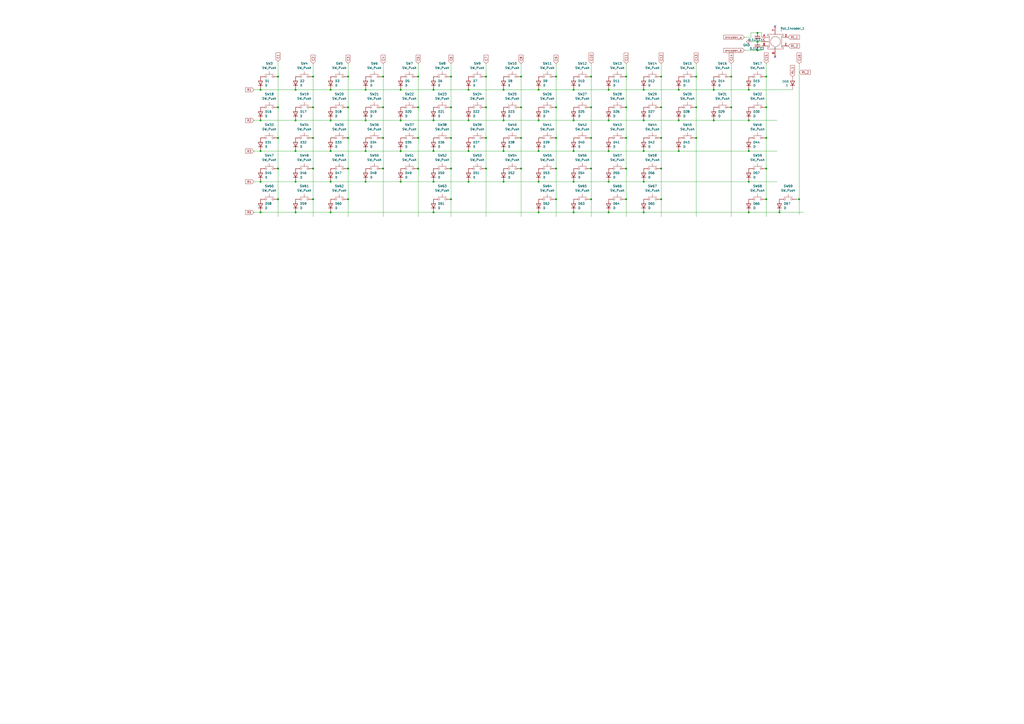
<source format=kicad_sch>
(kicad_sch (version 20250114) (generator "eeschema") (generator_version "9.0")
  (paper "A2")
  (junction (at 424.18 44.45))
  (junction (at 312.42 69.85))
  (junction (at 373.38 69.85))
  (junction (at 444.5 44.45))
  (junction (at 271.78 105.41))
  (junction (at 332.74 123.19))
  (junction (at 302.26 44.45))
  (junction (at 342.9 97.79))
  (junction (at 151.13 52.07))
  (junction (at 242.57 62.23))
  (junction (at 251.46 52.07))
  (junction (at 201.93 62.23))
  (junction (at 414.02 52.07))
  (junction (at 161.29 97.79))
  (junction (at 281.94 44.45))
  (junction (at 212.09 52.07))
  (junction (at 373.38 105.41))
  (junction (at 353.06 123.19))
  (junction (at 353.06 69.85))
  (junction (at 342.9 44.45))
  (junction (at 251.46 123.19))
  (junction (at 439.42 24.13))
  (junction (at 222.25 44.45))
  (junction (at 434.34 52.07))
  (junction (at 201.93 115.57))
  (junction (at 271.78 87.63))
  (junction (at 232.41 69.85))
  (junction (at 363.22 44.45))
  (junction (at 191.77 52.07))
  (junction (at 242.57 44.45))
  (junction (at 312.42 52.07))
  (junction (at 302.26 62.23))
  (junction (at 161.29 115.57))
  (junction (at 434.34 123.19))
  (junction (at 251.46 105.41))
  (junction (at 161.29 62.23))
  (junction (at 332.74 105.41))
  (junction (at 373.38 52.07))
  (junction (at 373.38 87.63))
  (junction (at 353.06 87.63))
  (junction (at 292.1 87.63))
  (junction (at 161.29 80.01))
  (junction (at 251.46 87.63))
  (junction (at 171.45 69.85))
  (junction (at 171.45 105.41))
  (junction (at 212.09 105.41))
  (junction (at 151.13 123.19))
  (junction (at 222.25 80.01))
  (junction (at 444.5 80.01))
  (junction (at 332.74 52.07))
  (junction (at 424.18 62.23))
  (junction (at 439.42 19.05))
  (junction (at 403.86 44.45))
  (junction (at 181.61 80.01))
  (junction (at 212.09 87.63))
  (junction (at 201.93 97.79))
  (junction (at 373.38 123.19))
  (junction (at 232.41 52.07))
  (junction (at 191.77 69.85))
  (junction (at 171.45 123.19))
  (junction (at 281.94 97.79))
  (junction (at 312.42 123.19))
  (junction (at 312.42 87.63))
  (junction (at 222.25 97.79))
  (junction (at 452.12 123.19))
  (junction (at 363.22 62.23))
  (junction (at 271.78 52.07))
  (junction (at 151.13 105.41))
  (junction (at 181.61 97.79))
  (junction (at 383.54 80.01))
  (junction (at 292.1 52.07))
  (junction (at 232.41 105.41))
  (junction (at 444.5 115.57))
  (junction (at 161.29 44.45))
  (junction (at 242.57 80.01))
  (junction (at 403.86 80.01))
  (junction (at 302.26 80.01))
  (junction (at 342.9 115.57))
  (junction (at 463.55 115.57))
  (junction (at 383.54 97.79))
  (junction (at 312.42 105.41))
  (junction (at 444.5 62.23))
  (junction (at 261.62 80.01))
  (junction (at 261.62 44.45))
  (junction (at 332.74 69.85))
  (junction (at 353.06 105.41))
  (junction (at 271.78 69.85))
  (junction (at 151.13 87.63))
  (junction (at 261.62 97.79))
  (junction (at 434.34 69.85))
  (junction (at 383.54 115.57))
  (junction (at 403.86 62.23))
  (junction (at 434.34 87.63))
  (junction (at 151.13 69.85))
  (junction (at 302.26 97.79))
  (junction (at 434.34 105.41))
  (junction (at 191.77 123.19))
  (junction (at 444.5 97.79))
  (junction (at 363.22 115.57))
  (junction (at 322.58 80.01))
  (junction (at 281.94 62.23))
  (junction (at 393.7 52.07))
  (junction (at 201.93 80.01))
  (junction (at 261.62 115.57))
  (junction (at 332.74 87.63))
  (junction (at 383.54 44.45))
  (junction (at 322.58 62.23))
  (junction (at 261.62 62.23))
  (junction (at 322.58 44.45))
  (junction (at 181.61 62.23))
  (junction (at 191.77 87.63))
  (junction (at 322.58 115.57))
  (junction (at 439.42 29.21))
  (junction (at 251.46 69.85))
  (junction (at 383.54 62.23))
  (junction (at 232.41 87.63))
  (junction (at 393.7 87.63))
  (junction (at 292.1 69.85))
  (junction (at 171.45 52.07))
  (junction (at 212.09 69.85))
  (junction (at 201.93 44.45))
  (junction (at 181.61 115.57))
  (junction (at 363.22 97.79))
  (junction (at 181.61 44.45))
  (junction (at 342.9 62.23))
  (junction (at 242.57 97.79))
  (junction (at 322.58 97.79))
  (junction (at 281.94 80.01))
  (junction (at 222.25 62.23))
  (junction (at 171.45 87.63))
  (junction (at 363.22 80.01))
  (junction (at 292.1 105.41))
  (junction (at 191.77 105.41))
  (junction (at 353.06 52.07))
  (junction (at 393.7 69.85))
  (junction (at 342.9 80.01))
  (junction (at 414.02 69.85))
  (no_connect (at 449.58 33.02))
  (no_connect (at 449.58 15.24))
  (wire (pts (xy 342.9 97.79) (xy 342.9 115.57)))
  (wire (pts (xy 251.46 105.41) (xy 271.78 105.41)))
  (wire (pts (xy 353.06 87.63) (xy 373.38 87.63)))
  (wire (pts (xy 292.1 69.85) (xy 312.42 69.85)))
  (wire (pts (xy 373.38 123.19) (xy 434.34 123.19)))
  (wire (pts (xy 292.1 52.07) (xy 312.42 52.07)))
  (wire (pts (xy 363.22 115.57) (xy 363.22 125.73)))
  (wire (pts (xy 403.86 36.83) (xy 403.86 44.45)))
  (wire (pts (xy 373.38 69.85) (xy 393.7 69.85)))
  (wire (pts (xy 342.9 80.01) (xy 342.9 97.79)))
  (wire (pts (xy 281.94 97.79) (xy 281.94 125.73)))
  (wire (pts (xy 434.34 69.85) (xy 450.85 69.85)))
  (wire (pts (xy 201.93 44.45) (xy 201.93 62.23)))
  (wire (pts (xy 222.25 44.45) (xy 222.25 62.23)))
  (wire (pts (xy 383.54 62.23) (xy 383.54 80.01)))
  (wire (pts (xy 171.45 87.63) (xy 191.77 87.63)))
  (wire (pts (xy 201.93 62.23) (xy 201.93 80.01)))
  (wire (pts (xy 201.93 36.83) (xy 201.93 44.45)))
  (wire (pts (xy 363.22 36.83) (xy 363.22 44.45)))
  (wire (pts (xy 147.32 123.19) (xy 151.13 123.19)))
  (wire (pts (xy 439.42 19.05) (xy 435.61 19.05)))
  (wire (pts (xy 212.09 52.07) (xy 232.41 52.07)))
  (wire (pts (xy 322.58 80.01) (xy 322.58 97.79)))
  (wire (pts (xy 281.94 44.45) (xy 281.94 62.23)))
  (wire (pts (xy 332.74 87.63) (xy 353.06 87.63)))
  (wire (pts (xy 232.41 87.63) (xy 251.46 87.63)))
  (wire (pts (xy 302.26 44.45) (xy 302.26 62.23)))
  (wire (pts (xy 222.25 80.01) (xy 222.25 97.79)))
  (wire (pts (xy 332.74 105.41) (xy 353.06 105.41)))
  (wire (pts (xy 441.96 29.21) (xy 439.42 29.21)))
  (wire (pts (xy 444.5 97.79) (xy 444.5 115.57)))
  (wire (pts (xy 463.55 36.83) (xy 463.55 115.57)))
  (wire (pts (xy 332.74 123.19) (xy 353.06 123.19)))
  (wire (pts (xy 191.77 69.85) (xy 212.09 69.85)))
  (wire (pts (xy 302.26 62.23) (xy 302.26 80.01)))
  (wire (pts (xy 441.96 21.59) (xy 441.96 19.05)))
  (wire (pts (xy 181.61 115.57) (xy 181.61 125.73)))
  (wire (pts (xy 181.61 36.83) (xy 181.61 44.45)))
  (wire (pts (xy 161.29 97.79) (xy 161.29 115.57)))
  (wire (pts (xy 444.5 115.57) (xy 444.5 125.73)))
  (wire (pts (xy 322.58 62.23) (xy 322.58 80.01)))
  (wire (pts (xy 435.61 19.05) (xy 435.61 21.59)))
  (wire (pts (xy 161.29 35.56) (xy 161.29 44.45)))
  (wire (pts (xy 222.25 62.23) (xy 222.25 80.01)))
  (wire (pts (xy 353.06 123.19) (xy 373.38 123.19)))
  (wire (pts (xy 434.34 52.07) (xy 459.74 52.07)))
  (wire (pts (xy 383.54 80.01) (xy 383.54 97.79)))
  (wire (pts (xy 281.94 80.01) (xy 281.94 97.79)))
  (wire (pts (xy 171.45 123.19) (xy 191.77 123.19)))
  (wire (pts (xy 383.54 44.45) (xy 383.54 62.23)))
  (wire (pts (xy 271.78 69.85) (xy 292.1 69.85)))
  (wire (pts (xy 201.93 97.79) (xy 201.93 115.57)))
  (wire (pts (xy 151.13 52.07) (xy 171.45 52.07)))
  (wire (pts (xy 261.62 80.01) (xy 261.62 97.79)))
  (wire (pts (xy 261.62 36.83) (xy 261.62 44.45)))
  (wire (pts (xy 191.77 105.41) (xy 212.09 105.41)))
  (wire (pts (xy 261.62 115.57) (xy 261.62 125.73)))
  (wire (pts (xy 232.41 69.85) (xy 251.46 69.85)))
  (wire (pts (xy 261.62 62.23) (xy 261.62 80.01)))
  (wire (pts (xy 312.42 105.41) (xy 332.74 105.41)))
  (wire (pts (xy 312.42 69.85) (xy 332.74 69.85)))
  (wire (pts (xy 191.77 87.63) (xy 212.09 87.63)))
  (wire (pts (xy 342.9 44.45) (xy 342.9 62.23)))
  (wire (pts (xy 393.7 87.63) (xy 434.34 87.63)))
  (wire (pts (xy 424.18 44.45) (xy 424.18 62.23)))
  (wire (pts (xy 453.39 121.92) (xy 452.12 121.92)))
  (wire (pts (xy 161.29 44.45) (xy 161.29 62.23)))
  (wire (pts (xy 171.45 105.41) (xy 191.77 105.41)))
  (wire (pts (xy 161.29 115.57) (xy 161.29 125.73)))
  (wire (pts (xy 312.42 87.63) (xy 332.74 87.63)))
  (wire (pts (xy 312.42 52.07) (xy 332.74 52.07)))
  (wire (pts (xy 161.29 80.01) (xy 161.29 97.79)))
  (wire (pts (xy 332.74 69.85) (xy 353.06 69.85)))
  (wire (pts (xy 292.1 87.63) (xy 312.42 87.63)))
  (wire (pts (xy 212.09 87.63) (xy 232.41 87.63)))
  (wire (pts (xy 435.61 21.59) (xy 431.8 21.59)))
  (wire (pts (xy 353.06 52.07) (xy 373.38 52.07)))
  (wire (pts (xy 342.9 62.23) (xy 342.9 80.01)))
  (wire (pts (xy 222.25 36.83) (xy 222.25 44.45)))
  (wire (pts (xy 151.13 87.63) (xy 171.45 87.63)))
  (wire (pts (xy 242.57 36.83) (xy 242.57 44.45)))
  (wire (pts (xy 444.5 36.83) (xy 444.5 44.45)))
  (wire (pts (xy 242.57 62.23) (xy 242.57 80.01)))
  (wire (pts (xy 383.54 115.57) (xy 383.54 125.73)))
  (wire (pts (xy 363.22 44.45) (xy 363.22 62.23)))
  (wire (pts (xy 151.13 69.85) (xy 171.45 69.85)))
  (wire (pts (xy 312.42 123.19) (xy 332.74 123.19)))
  (wire (pts (xy 251.46 87.63) (xy 271.78 87.63)))
  (wire (pts (xy 444.5 44.45) (xy 444.5 62.23)))
  (wire (pts (xy 414.02 69.85) (xy 434.34 69.85)))
  (wire (pts (xy 302.26 97.79) (xy 302.26 125.73)))
  (wire (pts (xy 373.38 105.41) (xy 434.34 105.41)))
  (wire (pts (xy 181.61 44.45) (xy 181.61 62.23)))
  (wire (pts (xy 191.77 52.07) (xy 212.09 52.07)))
  (wire (pts (xy 302.26 36.83) (xy 302.26 44.45)))
  (wire (pts (xy 435.61 24.13) (xy 439.42 24.13)))
  (wire (pts (xy 363.22 62.23) (xy 363.22 80.01)))
  (wire (pts (xy 147.32 87.63) (xy 151.13 87.63)))
  (wire (pts (xy 353.06 69.85) (xy 373.38 69.85)))
  (wire (pts (xy 242.57 97.79) (xy 242.57 125.73)))
  (wire (pts (xy 322.58 97.79) (xy 322.58 115.57)))
  (wire (pts (xy 171.45 52.07) (xy 191.77 52.07)))
  (wire (pts (xy 452.12 121.92) (xy 452.12 123.19)))
  (wire (pts (xy 181.61 62.23) (xy 181.61 80.01)))
  (wire (pts (xy 271.78 105.41) (xy 292.1 105.41)))
  (wire (pts (xy 147.32 105.41) (xy 151.13 105.41)))
  (wire (pts (xy 232.41 52.07) (xy 251.46 52.07)))
  (wire (pts (xy 212.09 105.41) (xy 232.41 105.41)))
  (wire (pts (xy 161.29 62.23) (xy 161.29 80.01)))
  (wire (pts (xy 251.46 69.85) (xy 271.78 69.85)))
  (wire (pts (xy 271.78 87.63) (xy 292.1 87.63)))
  (wire (pts (xy 342.9 115.57) (xy 342.9 125.73)))
  (wire (pts (xy 363.22 97.79) (xy 363.22 115.57)))
  (wire (pts (xy 434.34 123.19) (xy 452.12 123.19)))
  (wire (pts (xy 403.86 44.45) (xy 403.86 62.23)))
  (wire (pts (xy 393.7 52.07) (xy 414.02 52.07)))
  (wire (pts (xy 151.13 105.41) (xy 171.45 105.41)))
  (wire (pts (xy 353.06 105.41) (xy 373.38 105.41)))
  (wire (pts (xy 147.32 52.07) (xy 151.13 52.07)))
  (wire (pts (xy 363.22 80.01) (xy 363.22 97.79)))
  (wire (pts (xy 281.94 36.83) (xy 281.94 44.45)))
  (wire (pts (xy 292.1 105.41) (xy 312.42 105.41)))
  (wire (pts (xy 441.96 19.05) (xy 439.42 19.05)))
  (wire (pts (xy 261.62 97.79) (xy 261.62 115.57)))
  (wire (pts (xy 251.46 123.19) (xy 312.42 123.19)))
  (wire (pts (xy 452.12 123.19) (xy 466.09 123.19)))
  (wire (pts (xy 232.41 105.41) (xy 251.46 105.41)))
  (wire (pts (xy 191.77 123.19) (xy 251.46 123.19)))
  (wire (pts (xy 151.13 123.19) (xy 171.45 123.19)))
  (wire (pts (xy 431.8 29.21) (xy 439.42 29.21)))
  (wire (pts (xy 373.38 52.07) (xy 393.7 52.07)))
  (wire (pts (xy 383.54 36.83) (xy 383.54 44.45)))
  (wire (pts (xy 434.34 105.41) (xy 450.85 105.41)))
  (wire (pts (xy 181.61 97.79) (xy 181.61 115.57)))
  (wire (pts (xy 322.58 36.83) (xy 322.58 44.45)))
  (wire (pts (xy 332.74 52.07) (xy 353.06 52.07)))
  (wire (pts (xy 414.02 52.07) (xy 434.34 52.07)))
  (wire (pts (xy 201.93 115.57) (xy 201.93 125.73)))
  (wire (pts (xy 201.93 80.01) (xy 201.93 97.79)))
  (wire (pts (xy 434.34 87.63) (xy 450.85 87.63)))
  (wire (pts (xy 403.86 62.23) (xy 403.86 80.01)))
  (wire (pts (xy 242.57 44.45) (xy 242.57 62.23)))
  (wire (pts (xy 322.58 115.57) (xy 322.58 125.73)))
  (wire (pts (xy 322.58 44.45) (xy 322.58 62.23)))
  (wire (pts (xy 424.18 62.23) (xy 424.18 125.73)))
  (wire (pts (xy 222.25 97.79) (xy 222.25 125.73)))
  (wire (pts (xy 271.78 52.07) (xy 292.1 52.07)))
  (wire (pts (xy 261.62 44.45) (xy 261.62 62.23)))
  (wire (pts (xy 302.26 80.01) (xy 302.26 97.79)))
  (wire (pts (xy 242.57 80.01) (xy 242.57 97.79)))
  (wire (pts (xy 342.9 36.83) (xy 342.9 44.45)))
  (wire (pts (xy 373.38 87.63) (xy 393.7 87.63)))
  (wire (pts (xy 393.7 69.85) (xy 414.02 69.85)))
  (wire (pts (xy 171.45 69.85) (xy 191.77 69.85)))
  (wire (pts (xy 439.42 24.13) (xy 441.96 24.13)))
  (wire (pts (xy 441.96 26.67) (xy 441.96 29.21)))
  (wire (pts (xy 463.55 115.57) (xy 463.55 124.46)))
  (wire (pts (xy 444.5 80.01) (xy 444.5 97.79)))
  (wire (pts (xy 181.61 80.01) (xy 181.61 97.79)))
  (wire (pts (xy 424.18 36.83) (xy 424.18 44.45)))
  (wire (pts (xy 444.5 62.23) (xy 444.5 80.01)))
  (wire (pts (xy 251.46 52.07) (xy 271.78 52.07)))
  (wire (pts (xy 147.32 69.85) (xy 151.13 69.85)))
  (wire (pts (xy 281.94 62.23) (xy 281.94 80.01)))
  (wire (pts (xy 212.09 69.85) (xy 232.41 69.85)))
  (wire (pts (xy 383.54 97.79) (xy 383.54 115.57)))
  (wire (pts (xy 403.86 80.01) (xy 403.86 125.73)))
  (wire (pts (xy 462.28 115.57) (xy 463.55 115.57)))
  (global_label "C16" (shape input) (at 463.55 36.83 90) (property "Intersheetrefs" "${INTERSHEET_REFS}" (effects (hide yes))))
  (global_label "C4" (shape input) (at 222.25 36.83 90) (property "Intersheetrefs" "${INTERSHEET_REFS}" (effects (hide yes))))
  (global_label "C9" (shape input) (at 322.58 36.83 90) (property "Intersheetrefs" "${INTERSHEET_REFS}" (effects (hide yes))))
  (global_label "C6" (shape input) (at 261.62 36.83 90) (property "Intersheetrefs" "${INTERSHEET_REFS}" (effects (hide yes))))
  (global_label "Rt_1" (shape input) (at 459.74 44.45 90) (property "Intersheetrefs" "${INTERSHEET_REFS}" (effects (hide yes))))
  (global_label "Rt_2" (shape input) (at 457.2 26.67 0) (property "Intersheetrefs" "${INTERSHEET_REFS}" (effects (hide yes))))
  (global_label "Rt_2" (shape input) (at 463.55 41.91 0) (property "Intersheetrefs" "${INTERSHEET_REFS}" (effects (hide yes))))
  (global_label "C2" (shape input) (at 181.61 36.83 90) (property "Intersheetrefs" "${INTERSHEET_REFS}" (effects (hide yes))))
  (global_label "C3" (shape input) (at 201.93 36.83 90) (property "Intersheetrefs" "${INTERSHEET_REFS}" (effects (hide yes))))
  (global_label "R5" (shape input) (at 147.32 123.19 180) (property "Intersheetrefs" "${INTERSHEET_REFS}" (effects (hide yes))))
  (global_label "R3" (shape input) (at 147.32 87.63 180) (property "Intersheetrefs" "${INTERSHEET_REFS}" (effects (hide yes))))
  (global_label "C1" (shape input) (at 161.29 35.56 90) (property "Intersheetrefs" "${INTERSHEET_REFS}" (effects (hide yes))))
  (global_label "R4" (shape input) (at 147.32 105.41 180) (property "Intersheetrefs" "${INTERSHEET_REFS}" (effects (hide yes))))
  (global_label "C13" (shape input) (at 403.86 36.83 90) (property "Intersheetrefs" "${INTERSHEET_REFS}" (effects (hide yes))))
  (global_label "C11" (shape input) (at 363.22 36.83 90) (property "Intersheetrefs" "${INTERSHEET_REFS}" (effects (hide yes))))
  (global_label "C15" (shape input) (at 444.5 36.83 90) (property "Intersheetrefs" "${INTERSHEET_REFS}" (effects (hide yes))))
  (global_label "R1" (shape input) (at 147.32 52.07 180) (property "Intersheetrefs" "${INTERSHEET_REFS}" (effects (hide yes))))
  (global_label "C5" (shape input) (at 242.57 36.83 90) (property "Intersheetrefs" "${INTERSHEET_REFS}" (effects (hide yes))))
  (global_label "C8" (shape input) (at 302.26 36.83 90) (property "Intersheetrefs" "${INTERSHEET_REFS}" (effects (hide yes))))
  (global_label "encoder_b" (shape input) (at 431.8 29.21 180) (property "Intersheetrefs" "${INTERSHEET_REFS}" (effects (hide yes))))
  (global_label "C10" (shape input) (at 342.9 36.83 90) (property "Intersheetrefs" "${INTERSHEET_REFS}" (effects (hide yes))))
  (global_label "Rt_1" (shape input) (at 457.2 21.59 0) (property "Intersheetrefs" "${INTERSHEET_REFS}" (effects (hide yes))))
  (global_label "C7" (shape input) (at 281.94 36.83 90) (property "Intersheetrefs" "${INTERSHEET_REFS}" (effects (hide yes))))
  (global_label "C14" (shape input) (at 424.18 36.83 90) (property "Intersheetrefs" "${INTERSHEET_REFS}" (effects (hide yes))))
  (global_label "C12" (shape input) (at 383.54 36.83 90) (property "Intersheetrefs" "${INTERSHEET_REFS}" (effects (hide yes))))
  (global_label "R2" (shape input) (at 147.32 69.85 180) (property "Intersheetrefs" "${INTERSHEET_REFS}" (effects (hide yes))))
  (global_label "encoder_a" (shape input) (at 431.8 21.59 180) (property "Intersheetrefs" "${INTERSHEET_REFS}" (effects (hide yes))))
  (symbol (lib_id "Switch:SW_Push") (at 439.42 44.45 0) (unit 1)
    (property "Reference" "SW17" (at 439.42 36.83 0))
    (property "Value" "SW_Push" (at 439.42 39.37 0))
    (property "Footprint" "PCM_Switch_Keyboard_Cherry_MX:SW_Cherry_MX_PCB_1.25u" (effects (hide yes)))
    (property "Description" "Push button switch, generic, two pins" (effects (hide yes)))
  )
  (symbol (lib_id "Switch:SW_Push") (at 237.49 62.23 0) (unit 1)
    (property "Reference" "SW22" (at 237.49 54.61 0))
    (property "Value" "SW_Push" (at 237.49 57.15 0))
    (property "Footprint" "PCM_Switch_Keyboard_Cherry_MX:SW_Cherry_MX_PCB_1.00u" (effects (hide yes)))
    (property "Description" "Push button switch, generic, two pins" (effects (hide yes)))
  )
  (symbol (lib_id "Device:D") (at 271.78 48.26 90) (unit 1)
    (property "Reference" "D7" (at 274.32 46.9899 90) (effects (justify right)))
    (property "Value" "D" (at 274.32 49.5299 90) (effects (justify right)))
    (property "Footprint" "KeeBoard:onsemi 1N4148TR" (effects (hide yes)))
    (property "Description" "Diode" (effects (hide yes)))
    (property "Sim.Device" "D" (effects (hide yes)))
    (property "Sim.Pins" "1=K 2=A" (effects (hide yes)))
  )
  (symbol (lib_id "Switch:SW_Push") (at 156.21 44.45 0) (unit 1)
    (property "Reference" "SW3" (at 156.21 36.83 0))
    (property "Value" "SW_Push" (at 156.21 39.37 0))
    (property "Footprint" "PCM_Switch_Keyboard_Cherry_MX:SW_Cherry_MX_PCB_1.00u" (effects (hide yes)))
    (property "Description" "Push button switch, generic, two pins" (effects (hide yes)))
  )
  (symbol (lib_id "Device:C_Small") (at 439.42 26.67 0) (unit 1)
    (property "Reference" "0.1uf_C2" (at 434.848 28.194 0) (effects (justify left)))
    (property "Value" "C_Small" (effects (hide yes)))
    (property "Footprint" "Capacitor_SMD:C_0805_2012Metric" (effects (hide yes)))
    (property "Description" "Unpolarized capacitor, small symbol" (effects (hide yes)))
  )
  (symbol (lib_id "Switch:SW_Push") (at 156.21 115.57 0) (unit 1)
    (property "Reference" "SW60" (at 156.21 107.95 0))
    (property "Value" "SW_Push" (at 156.21 110.49 0))
    (property "Footprint" "PCM_Switch_Keyboard_Cherry_MX:SW_Cherry_MX_PCB_1.25u" (effects (hide yes)))
    (property "Description" "Push button switch, generic, two pins" (effects (hide yes)))
  )
  (symbol (lib_id "Device:D") (at 232.41 66.04 90) (unit 1)
    (property "Reference" "D20" (at 234.95 64.7699 90) (effects (justify right)))
    (property "Value" "D" (at 234.95 67.3099 90) (effects (justify right)))
    (property "Footprint" "KeeBoard:onsemi 1N4148TR" (effects (hide yes)))
    (property "Description" "Diode" (effects (hide yes)))
    (property "Sim.Device" "D" (effects (hide yes)))
    (property "Sim.Pins" "1=K 2=A" (effects (hide yes)))
  )
  (symbol (lib_id "Switch:SW_Push") (at 237.49 80.01 0) (unit 1)
    (property "Reference" "SW37" (at 237.49 72.39 0))
    (property "Value" "SW_Push" (at 237.49 74.93 0))
    (property "Footprint" "PCM_Switch_Keyboard_Cherry_MX:SW_Cherry_MX_PCB_1.00u" (effects (hide yes)))
    (property "Description" "Push button switch, generic, two pins" (effects (hide yes)))
  )
  (symbol (lib_id "Switch:SW_Push") (at 176.53 97.79 0) (unit 1)
    (property "Reference" "SW48" (at 176.53 90.17 0))
    (property "Value" "SW_Push" (at 176.53 92.71 0))
    (property "Footprint" "PCM_Switch_Keyboard_Cherry_MX:SW_Cherry_MX_PCB_1.00u" (effects (hide yes)))
    (property "Description" "Push button switch, generic, two pins" (effects (hide yes)))
  )
  (symbol (lib_id "Switch:SW_Push") (at 256.54 97.79 0) (unit 1)
    (property "Reference" "SW52" (at 256.54 90.17 0))
    (property "Value" "SW_Push" (at 256.54 92.71 0))
    (property "Footprint" "PCM_Switch_Keyboard_Cherry_MX:SW_Cherry_MX_PCB_1.00u" (effects (hide yes)))
    (property "Description" "Push button switch, generic, two pins" (effects (hide yes)))
  )
  (symbol (lib_id "Switch:SW_Push") (at 156.21 62.23 0) (unit 1)
    (property "Reference" "SW18" (at 156.21 54.61 0))
    (property "Value" "SW_Push" (at 156.21 57.15 0))
    (property "Footprint" "PCM_Switch_Keyboard_Cherry_MX:SW_Cherry_MX_PCB_1.50u" (effects (hide yes)))
    (property "Description" "Push button switch, generic, two pins" (effects (hide yes)))
  )
  (symbol (lib_id "Switch:SW_Push") (at 256.54 44.45 0) (unit 1)
    (property "Reference" "SW8" (at 256.54 36.83 0))
    (property "Value" "SW_Push" (at 256.54 39.37 0))
    (property "Footprint" "PCM_Switch_Keyboard_Cherry_MX:SW_Cherry_MX_PCB_1.00u" (effects (hide yes)))
    (property "Description" "Push button switch, generic, two pins" (effects (hide yes)))
  )
  (symbol (lib_id "Switch:SW_Push") (at 176.53 62.23 0) (unit 1)
    (property "Reference" "SW19" (at 176.53 54.61 0))
    (property "Value" "SW_Push" (at 176.53 57.15 0))
    (property "Footprint" "PCM_Switch_Keyboard_Cherry_MX:SW_Cherry_MX_PCB_1.00u" (effects (hide yes)))
    (property "Description" "Push button switch, generic, two pins" (effects (hide yes)))
  )
  (symbol (lib_id "Device:D") (at 373.38 83.82 90) (unit 1)
    (property "Reference" "D42" (at 375.92 82.5499 90) (effects (justify right)))
    (property "Value" "D" (at 375.92 85.0899 90) (effects (justify right)))
    (property "Footprint" "KeeBoard:onsemi 1N4148TR" (effects (hide yes)))
    (property "Description" "Diode" (effects (hide yes)))
    (property "Sim.Device" "D" (effects (hide yes)))
    (property "Sim.Pins" "1=K 2=A" (effects (hide yes)))
  )
  (symbol (lib_id "Device:D") (at 312.42 101.6 90) (unit 1)
    (property "Reference" "D53" (at 314.96 100.3299 90) (effects (justify right)))
    (property "Value" "D" (at 314.96 102.8699 90) (effects (justify right)))
    (property "Footprint" "KeeBoard:onsemi 1N4148TR" (effects (hide yes)))
    (property "Description" "Diode" (effects (hide yes)))
    (property "Sim.Device" "D" (effects (hide yes)))
    (property "Sim.Pins" "1=K 2=A" (effects (hide yes)))
  )
  (symbol (lib_id "Switch:SW_Push") (at 317.5 44.45 0) (unit 1)
    (property "Reference" "SW11" (at 317.5 36.83 0))
    (property "Value" "SW_Push" (at 317.5 39.37 0))
    (property "Footprint" "PCM_Switch_Keyboard_Cherry_MX:SW_Cherry_MX_PCB_1.00u" (effects (hide yes)))
    (property "Description" "Push button switch, generic, two pins" (effects (hide yes)))
  )
  (symbol (lib_id "power:GND") (at 435.61 24.13 270) (unit 1)
    (property "Reference" "#PWR012" (effects (hide yes)))
    (property "Value" "GND" (at 435.102 26.162 90) (effects (justify right)))
    (property "Description" "Power symbol creates a global label with name \"GND\" , ground" (effects (hide yes)))
  )
  (symbol (lib_id "Switch:SW_Push") (at 276.86 80.01 0) (unit 1)
    (property "Reference" "SW39" (at 276.86 72.39 0))
    (property "Value" "SW_Push" (at 276.86 74.93 0))
    (property "Footprint" "PCM_Switch_Keyboard_Cherry_MX:SW_Cherry_MX_PCB_1.00u" (effects (hide yes)))
    (property "Description" "Push button switch, generic, two pins" (effects (hide yes)))
  )
  (symbol (lib_id "Switch:SW_Push") (at 398.78 62.23 0) (unit 1)
    (property "Reference" "SW30" (at 398.78 54.61 0))
    (property "Value" "SW_Push" (at 398.78 57.15 0))
    (property "Footprint" "PCM_Switch_Keyboard_Cherry_MX:SW_Cherry_MX_PCB_1.00u" (effects (hide yes)))
    (property "Description" "Push button switch, generic, two pins" (effects (hide yes)))
  )
  (symbol (lib_id "Device:D") (at 251.46 83.82 90) (unit 1)
    (property "Reference" "D36" (at 254 82.5499 90) (effects (justify right)))
    (property "Value" "D" (at 254 85.0899 90) (effects (justify right)))
    (property "Footprint" "KeeBoard:onsemi 1N4148TR" (effects (hide yes)))
    (property "Description" "Diode" (effects (hide yes)))
    (property "Sim.Device" "D" (effects (hide yes)))
    (property "Sim.Pins" "1=K 2=A" (effects (hide yes)))
  )
  (symbol (lib_id "Device:D") (at 434.34 48.26 90) (unit 1)
    (property "Reference" "D15" (at 436.88 46.9899 90) (effects (justify right)))
    (property "Value" "D" (at 436.88 49.5299 90) (effects (justify right)))
    (property "Footprint" "KeeBoard:onsemi 1N4148TR" (effects (hide yes)))
    (property "Description" "Diode" (effects (hide yes)))
    (property "Sim.Device" "D" (effects (hide yes)))
    (property "Sim.Pins" "1=K 2=A" (effects (hide yes)))
  )
  (symbol (lib_id "Device:D") (at 434.34 101.6 90) (unit 1)
    (property "Reference" "D57" (at 436.88 100.3299 90) (effects (justify right)))
    (property "Value" "D" (at 436.88 102.8699 90) (effects (justify right)))
    (property "Footprint" "KeeBoard:onsemi 1N4148TR" (effects (hide yes)))
    (property "Description" "Diode" (effects (hide yes)))
    (property "Sim.Device" "D" (effects (hide yes)))
    (property "Sim.Pins" "1=K 2=A" (effects (hide yes)))
  )
  (symbol (lib_id "Device:D") (at 353.06 119.38 90) (unit 1)
    (property "Reference" "D64" (at 355.6 118.1099 90) (effects (justify right)))
    (property "Value" "D" (at 355.6 120.6499 90) (effects (justify right)))
    (property "Footprint" "KeeBoard:onsemi 1N4148TR" (effects (hide yes)))
    (property "Description" "Diode" (effects (hide yes)))
    (property "Sim.Device" "D" (effects (hide yes)))
    (property "Sim.Pins" "1=K 2=A" (effects (hide yes)))
  )
  (symbol (lib_id "Switch:SW_Push") (at 378.46 80.01 0) (unit 1)
    (property "Reference" "SW44" (at 378.46 72.39 0))
    (property "Value" "SW_Push" (at 378.46 74.93 0))
    (property "Footprint" "PCM_Switch_Keyboard_Cherry_MX:SW_Cherry_MX_PCB_1.00u" (effects (hide yes)))
    (property "Description" "Push button switch, generic, two pins" (effects (hide yes)))
  )
  (symbol (lib_id "Device:D") (at 151.13 83.82 90) (unit 1)
    (property "Reference" "D31" (at 153.67 82.5499 90) (effects (justify right)))
    (property "Value" "D" (at 153.67 85.0899 90) (effects (justify right)))
    (property "Footprint" "KeeBoard:onsemi 1N4148TR" (effects (hide yes)))
    (property "Description" "Diode" (effects (hide yes)))
    (property "Sim.Device" "D" (effects (hide yes)))
    (property "Sim.Pins" "1=K 2=A" (effects (hide yes)))
  )
  (symbol (lib_id "Device:D") (at 191.77 119.38 90) (unit 1)
    (property "Reference" "D60" (at 194.31 118.1099 90) (effects (justify right)))
    (property "Value" "D" (at 194.31 120.6499 90) (effects (justify right)))
    (property "Footprint" "KeeBoard:onsemi 1N4148TR" (effects (hide yes)))
    (property "Description" "Diode" (effects (hide yes)))
    (property "Sim.Device" "D" (effects (hide yes)))
    (property "Sim.Pins" "1=K 2=A" (effects (hide yes)))
  )
  (symbol (lib_id "Switch:SW_Push") (at 176.53 80.01 0) (unit 1)
    (property "Reference" "SW34" (at 176.53 72.39 0))
    (property "Value" "SW_Push" (at 176.53 74.93 0))
    (property "Footprint" "PCM_Switch_Keyboard_Cherry_MX:SW_Cherry_MX_PCB_1.00u" (effects (hide yes)))
    (property "Description" "Push button switch, generic, two pins" (effects (hide yes)))
  )
  (symbol (lib_id "Switch:SW_Push") (at 398.78 44.45 0) (unit 1)
    (property "Reference" "SW15" (at 398.78 36.83 0))
    (property "Value" "SW_Push" (at 398.78 39.37 0))
    (property "Footprint" "PCM_Switch_Keyboard_Cherry_MX:SW_Cherry_MX_PCB_1.00u" (effects (hide yes)))
    (property "Description" "Push button switch, generic, two pins" (effects (hide yes)))
  )
  (symbol (lib_id "Switch:SW_Push") (at 358.14 80.01 0) (unit 1)
    (property "Reference" "SW43" (at 358.14 72.39 0))
    (property "Value" "SW_Push" (at 358.14 74.93 0))
    (property "Footprint" "PCM_Switch_Keyboard_Cherry_MX:SW_Cherry_MX_PCB_1.00u" (effects (hide yes)))
    (property "Description" "Push button switch, generic, two pins" (effects (hide yes)))
  )
  (symbol (lib_id "Switch:SW_Push") (at 337.82 62.23 0) (unit 1)
    (property "Reference" "SW27" (at 337.82 54.61 0))
    (property "Value" "SW_Push" (at 337.82 57.15 0))
    (property "Footprint" "PCM_Switch_Keyboard_Cherry_MX:SW_Cherry_MX_PCB_1.00u" (effects (hide yes)))
    (property "Description" "Push button switch, generic, two pins" (effects (hide yes)))
  )
  (symbol (lib_id "Device:C_Small") (at 439.42 21.59 0) (unit 1)
    (property "Reference" "0.1uf_C1" (at 434.086 23.114 0) (effects (justify left)))
    (property "Value" "C_Small" (effects (hide yes)))
    (property "Footprint" "Capacitor_SMD:C_0805_2012Metric" (effects (hide yes)))
    (property "Description" "Unpolarized capacitor, small symbol" (effects (hide yes)))
  )
  (symbol (lib_id "Switch:SW_Push") (at 317.5 97.79 0) (unit 1)
    (property "Reference" "SW55" (at 317.5 90.17 0))
    (property "Value" "SW_Push" (at 317.5 92.71 0))
    (property "Footprint" "PCM_Switch_Keyboard_Cherry_MX:SW_Cherry_MX_PCB_1.00u" (effects (hide yes)))
    (property "Description" "Push button switch, generic, two pins" (effects (hide yes)))
  )
  (symbol (lib_id "Device:D") (at 292.1 48.26 90) (unit 1)
    (property "Reference" "D8" (at 294.64 46.9899 90) (effects (justify right)))
    (property "Value" "D" (at 294.64 49.5299 90) (effects (justify right)))
    (property "Footprint" "KeeBoard:onsemi 1N4148TR" (effects (hide yes)))
    (property "Description" "Diode" (effects (hide yes)))
    (property "Sim.Device" "D" (effects (hide yes)))
    (property "Sim.Pins" "1=K 2=A" (effects (hide yes)))
  )
  (symbol (lib_id "Switch:SW_Push") (at 398.78 80.01 0) (unit 1)
    (property "Reference" "SW45" (at 398.78 72.39 0))
    (property "Value" "SW_Push" (at 398.78 74.93 0))
    (property "Footprint" "PCM_Switch_Keyboard_Cherry_MX:SW_Cherry_MX_PCB_2.25u" (effects (hide yes)))
    (property "Description" "Push button switch, generic, two pins" (effects (hide yes)))
  )
  (symbol (lib_id "Switch:SW_Push") (at 276.86 97.79 0) (unit 1)
    (property "Reference" "SW53" (at 276.86 90.17 0))
    (property "Value" "SW_Push" (at 276.86 92.71 0))
    (property "Footprint" "PCM_Switch_Keyboard_Cherry_MX:SW_Cherry_MX_PCB_1.00u" (effects (hide yes)))
    (property "Description" "Push button switch, generic, two pins" (effects (hide yes)))
  )
  (symbol (lib_id "Switch:SW_Push") (at 378.46 62.23 0) (unit 1)
    (property "Reference" "SW29" (at 378.46 54.61 0))
    (property "Value" "SW_Push" (at 378.46 57.15 0))
    (property "Footprint" "PCM_Switch_Keyboard_Cherry_MX:SW_Cherry_MX_PCB_1.00u" (effects (hide yes)))
    (property "Description" "Push button switch, generic, two pins" (effects (hide yes)))
  )
  (symbol (lib_id "Device:D") (at 271.78 101.6 90) (unit 1)
    (property "Reference" "D51" (at 274.32 100.3299 90) (effects (justify right)))
    (property "Value" "D" (at 274.32 102.8699 90) (effects (justify right)))
    (property "Footprint" "KeeBoard:onsemi 1N4148TR" (effects (hide yes)))
    (property "Description" "Diode" (effects (hide yes)))
    (property "Sim.Device" "D" (effects (hide yes)))
    (property "Sim.Pins" "1=K 2=A" (effects (hide yes)))
  )
  (symbol (lib_id "Switch:SW_Push") (at 156.21 80.01 0) (unit 1)
    (property "Reference" "SW33" (at 156.21 72.39 0))
    (property "Value" "SW_Push" (at 156.21 74.93 0))
    (property "Footprint" "PCM_Switch_Keyboard_Cherry_MX:SW_Cherry_MX_PCB_1.75u" (effects (hide yes)))
    (property "Description" "Push button switch, generic, two pins" (effects (hide yes)))
  )
  (symbol (lib_id "Switch:SW_Push") (at 196.85 44.45 0) (unit 1)
    (property "Reference" "SW5" (at 196.85 36.83 0))
    (property "Value" "SW_Push" (at 196.85 39.37 0))
    (property "Footprint" "PCM_Switch_Keyboard_Cherry_MX:SW_Cherry_MX_PCB_1.00u" (effects (hide yes)))
    (property "Description" "Push button switch, generic, two pins" (effects (hide yes)))
  )
  (symbol (lib_id "Device:D") (at 312.42 83.82 90) (unit 1)
    (property "Reference" "D39" (at 314.96 82.5499 90) (effects (justify right)))
    (property "Value" "D" (at 314.96 85.0899 90) (effects (justify right)))
    (property "Footprint" "KeeBoard:onsemi 1N4148TR" (effects (hide yes)))
    (property "Description" "Diode" (effects (hide yes)))
    (property "Sim.Device" "D" (effects (hide yes)))
    (property "Sim.Pins" "1=K 2=A" (effects (hide yes)))
  )
  (symbol (lib_id "Device:D") (at 191.77 48.26 90) (unit 1)
    (property "Reference" "D3" (at 194.31 46.9899 90) (effects (justify right)))
    (property "Value" "D" (at 194.31 49.5299 90) (effects (justify right)))
    (property "Footprint" "KeeBoard:onsemi 1N4148TR" (effects (hide yes)))
    (property "Description" "Diode" (effects (hide yes)))
    (property "Sim.Device" "D" (effects (hide yes)))
    (property "Sim.Pins" "1=K 2=A" (effects (hide yes)))
  )
  (symbol (lib_id "Device:D") (at 292.1 83.82 90) (unit 1)
    (property "Reference" "D38" (at 294.64 82.5499 90) (effects (justify right)))
    (property "Value" "D" (at 294.64 85.0899 90) (effects (justify right)))
    (property "Footprint" "KeeBoard:onsemi 1N4148TR" (effects (hide yes)))
    (property "Description" "Diode" (effects (hide yes)))
    (property "Sim.Device" "D" (effects (hide yes)))
    (property "Sim.Pins" "1=K 2=A" (effects (hide yes)))
  )
  (symbol (lib_id "Device:D") (at 251.46 48.26 90) (unit 1)
    (property "Reference" "D6" (at 254 46.9899 90) (effects (justify right)))
    (property "Value" "D" (at 254 49.5299 90) (effects (justify right)))
    (property "Footprint" "KeeBoard:onsemi 1N4148TR" (effects (hide yes)))
    (property "Description" "Diode" (effects (hide yes)))
    (property "Sim.Device" "D" (effects (hide yes)))
    (property "Sim.Pins" "1=K 2=A" (effects (hide yes)))
  )
  (symbol (lib_id "Switch:SW_Push") (at 439.42 115.57 0) (unit 1)
    (property "Reference" "SW68" (at 439.42 107.95 0))
    (property "Value" "SW_Push" (at 439.42 110.49 0))
    (property "Footprint" "PCM_Switch_Keyboard_Cherry_MX:SW_Cherry_MX_PCB_1.25u" (effects (hide yes)))
    (property "Description" "Push button switch, generic, two pins" (effects (hide yes)))
  )
  (symbol (lib_id "Device:D") (at 414.02 66.04 90) (unit 1)
    (property "Reference" "D29" (at 416.56 64.7699 90) (effects (justify right)))
    (property "Value" "D" (at 416.56 67.3099 90) (effects (justify right)))
    (property "Footprint" "KeeBoard:onsemi 1N4148TR" (effects (hide yes)))
    (property "Description" "Diode" (effects (hide yes)))
    (property "Sim.Device" "D" (effects (hide yes)))
    (property "Sim.Pins" "1=K 2=A" (effects (hide yes)))
  )
  (symbol (lib_id "Device:D") (at 212.09 48.26 90) (unit 1)
    (property "Reference" "D4" (at 214.63 46.9899 90) (effects (justify right)))
    (property "Value" "D" (at 214.63 49.5299 90) (effects (justify right)))
    (property "Footprint" "KeeBoard:onsemi 1N4148TR" (effects (hide yes)))
    (property "Description" "Diode" (effects (hide yes)))
    (property "Sim.Device" "D" (effects (hide yes)))
    (property "Sim.Pins" "1=K 2=A" (effects (hide yes)))
  )
  (symbol (lib_id "Device:D") (at 353.06 66.04 90) (unit 1)
    (property "Reference" "D26" (at 355.6 64.7699 90) (effects (justify right)))
    (property "Value" "D" (at 355.6 67.3099 90) (effects (justify right)))
    (property "Footprint" "KeeBoard:onsemi 1N4148TR" (effects (hide yes)))
    (property "Description" "Diode" (effects (hide yes)))
    (property "Sim.Device" "D" (effects (hide yes)))
    (property "Sim.Pins" "1=K 2=A" (effects (hide yes)))
  )
  (symbol (lib_id "Device:D") (at 393.7 66.04 90) (unit 1)
    (property "Reference" "D28" (at 396.24 64.7699 90) (effects (justify right)))
    (property "Value" "D" (at 396.24 67.3099 90) (effects (justify right)))
    (property "Footprint" "KeeBoard:onsemi 1N4148TR" (effects (hide yes)))
    (property "Description" "Diode" (effects (hide yes)))
    (property "Sim.Device" "D" (effects (hide yes)))
    (property "Sim.Pins" "1=K 2=A" (effects (hide yes)))
  )
  (symbol (lib_id "Switch:SW_Push") (at 337.82 44.45 0) (unit 1)
    (property "Reference" "SW12" (at 337.82 36.83 0))
    (property "Value" "SW_Push" (at 337.82 39.37 0))
    (property "Footprint" "PCM_Switch_Keyboard_Cherry_MX:SW_Cherry_MX_PCB_1.00u" (effects (hide yes)))
    (property "Description" "Push button switch, generic, two pins" (effects (hide yes)))
  )
  (symbol (lib_id "Device:D") (at 393.7 48.26 90) (unit 1)
    (property "Reference" "D13" (at 396.24 46.9899 90) (effects (justify right)))
    (property "Value" "D" (at 396.24 49.5299 90) (effects (justify right)))
    (property "Footprint" "KeeBoard:onsemi 1N4148TR" (effects (hide yes)))
    (property "Description" "Diode" (effects (hide yes)))
    (property "Sim.Device" "D" (effects (hide yes)))
    (property "Sim.Pins" "1=K 2=A" (effects (hide yes)))
  )
  (symbol (lib_id "Device:D") (at 332.74 101.6 90) (unit 1)
    (property "Reference" "D54" (at 335.28 100.3299 90) (effects (justify right)))
    (property "Value" "D" (at 335.28 102.8699 90) (effects (justify right)))
    (property "Footprint" "KeeBoard:onsemi 1N4148TR" (effects (hide yes)))
    (property "Description" "Diode" (effects (hide yes)))
    (property "Sim.Device" "D" (effects (hide yes)))
    (property "Sim.Pins" "1=K 2=A" (effects (hide yes)))
  )
  (symbol (lib_id "Device:D") (at 212.09 101.6 90) (unit 1)
    (property "Reference" "D48" (at 214.63 100.3299 90) (effects (justify right)))
    (property "Value" "D" (at 214.63 102.8699 90) (effects (justify right)))
    (property "Footprint" "KeeBoard:onsemi 1N4148TR" (effects (hide yes)))
    (property "Description" "Diode" (effects (hide yes)))
    (property "Sim.Device" "D" (effects (hide yes)))
    (property "Sim.Pins" "1=K 2=A" (effects (hide yes)))
  )
  (symbol (lib_id "Device:D") (at 292.1 101.6 90) (unit 1)
    (property "Reference" "D52" (at 294.64 100.3299 90) (effects (justify right)))
    (property "Value" "D" (at 294.64 102.8699 90) (effects (justify right)))
    (property "Footprint" "KeeBoard:onsemi 1N4148TR" (effects (hide yes)))
    (property "Description" "Diode" (effects (hide yes)))
    (property "Sim.Device" "D" (effects (hide yes)))
    (property "Sim.Pins" "1=K 2=A" (effects (hide yes)))
  )
  (symbol (lib_id "Switch:SW_Push") (at 276.86 44.45 0) (unit 1)
    (property "Reference" "SW9" (at 276.86 36.83 0))
    (property "Value" "SW_Push" (at 276.86 39.37 0))
    (property "Footprint" "PCM_Switch_Keyboard_Cherry_MX:SW_Cherry_MX_PCB_1.00u" (effects (hide yes)))
    (property "Description" "Push button switch, generic, two pins" (effects (hide yes)))
  )
  (symbol (lib_id "Device:D") (at 373.38 66.04 90) (unit 1)
    (property "Reference" "D27" (at 375.92 64.7699 90) (effects (justify right)))
    (property "Value" "D" (at 375.92 67.3099 90) (effects (justify right)))
    (property "Footprint" "KeeBoard:onsemi 1N4148TR" (effects (hide yes)))
    (property "Description" "Diode" (effects (hide yes)))
    (property "Sim.Device" "D" (effects (hide yes)))
    (property "Sim.Pins" "1=K 2=A" (effects (hide yes)))
  )
  (symbol (lib_id "Device:D") (at 171.45 101.6 90) (unit 1)
    (property "Reference" "D46" (at 173.99 100.3299 90) (effects (justify right)))
    (property "Value" "D" (at 173.99 102.8699 90) (effects (justify right)))
    (property "Footprint" "KeeBoard:onsemi 1N4148TR" (effects (hide yes)))
    (property "Description" "Diode" (effects (hide yes)))
    (property "Sim.Device" "D" (effects (hide yes)))
    (property "Sim.Pins" "1=K 2=A" (effects (hide yes)))
  )
  (symbol (lib_id "Device:D") (at 171.45 66.04 90) (unit 1)
    (property "Reference" "D17" (at 173.99 64.7699 90) (effects (justify right)))
    (property "Value" "D" (at 173.99 67.3099 90) (effects (justify right)))
    (property "Footprint" "KeeBoard:onsemi 1N4148TR" (effects (hide yes)))
    (property "Description" "Diode" (effects (hide yes)))
    (property "Sim.Device" "D" (effects (hide yes)))
    (property "Sim.Pins" "1=K 2=A" (effects (hide yes)))
  )
  (symbol (lib_id "Switch:SW_Push") (at 439.42 80.01 0) (unit 1)
    (property "Reference" "SW46" (at 439.42 72.39 0))
    (property "Value" "SW_Push" (at 439.42 74.93 0))
    (property "Footprint" "PCM_Switch_Keyboard_Cherry_MX:SW_Cherry_MX_PCB_1.25u" (effects (hide yes)))
    (property "Description" "Push button switch, generic, two pins" (effects (hide yes)))
  )
  (symbol (lib_id "Switch:SW_Push") (at 358.14 115.57 0) (unit 1)
    (property "Reference" "SW66" (at 358.14 107.95 0))
    (property "Value" "SW_Push" (at 358.14 110.49 0))
    (property "Footprint" "PCM_Switch_Keyboard_Cherry_MX:SW_Cherry_MX_PCB_1.25u" (effects (hide yes)))
    (property "Description" "Push button switch, generic, two pins" (effects (hide yes)))
  )
  (symbol (lib_id "Device:D") (at 212.09 66.04 90) (unit 1)
    (property "Reference" "D19" (at 214.63 64.7699 90) (effects (justify right)))
    (property "Value" "D" (at 214.63 67.3099 90) (effects (justify right)))
    (property "Footprint" "KeeBoard:onsemi 1N4148TR" (effects (hide yes)))
    (property "Description" "Diode" (effects (hide yes)))
    (property "Sim.Device" "D" (effects (hide yes)))
    (property "Sim.Pins" "1=K 2=A" (effects (hide yes)))
  )
  (symbol (lib_id "Switch:SW_Push") (at 317.5 115.57 0) (unit 1)
    (property "Reference" "SW64" (at 317.5 107.95 0))
    (property "Value" "SW_Push" (at 317.5 110.49 0))
    (property "Footprint" "PCM_Switch_Keyboard_Cherry_MX:SW_Cherry_MX_PCB_1.25u" (effects (hide yes)))
    (property "Description" "Push button switch, generic, two pins" (effects (hide yes)))
  )
  (symbol (lib_id "Device:D") (at 434.34 66.04 90) (unit 1)
    (property "Reference" "D30" (at 436.88 64.7699 90) (effects (justify right)))
    (property "Value" "D" (at 436.88 67.3099 90) (effects (justify right)))
    (property "Footprint" "KeeBoard:onsemi 1N4148TR" (effects (hide yes)))
    (property "Description" "Diode" (effects (hide yes)))
    (property "Sim.Device" "D" (effects (hide yes)))
    (property "Sim.Pins" "1=K 2=A" (effects (hide yes)))
  )
  (symbol (lib_id "Switch:SW_Push") (at 217.17 44.45 0) (unit 1)
    (property "Reference" "SW6" (at 217.17 36.83 0))
    (property "Value" "SW_Push" (at 217.17 39.37 0))
    (property "Footprint" "PCM_Switch_Keyboard_Cherry_MX:SW_Cherry_MX_PCB_1.00u" (effects (hide yes)))
    (property "Description" "Push button switch, generic, two pins" (effects (hide yes)))
  )
  (symbol (lib_id "Switch:SW_Push") (at 337.82 97.79 0) (unit 1)
    (property "Reference" "SW56" (at 337.82 90.17 0))
    (property "Value" "SW_Push" (at 337.82 92.71 0))
    (property "Footprint" "PCM_Switch_Keyboard_Cherry_MX:SW_Cherry_MX_PCB_1.00u" (effects (hide yes)))
    (property "Description" "Push button switch, generic, two pins" (effects (hide yes)))
  )
  (symbol (lib_id "Device:D") (at 191.77 101.6 90) (unit 1)
    (property "Reference" "D47" (at 194.31 100.3299 90) (effects (justify right)))
    (property "Value" "D" (at 194.31 102.8699 90) (effects (justify right)))
    (property "Footprint" "KeeBoard:onsemi 1N4148TR" (effects (hide yes)))
    (property "Description" "Diode" (effects (hide yes)))
    (property "Sim.Device" "D" (effects (hide yes)))
    (property "Sim.Pins" "1=K 2=A" (effects (hide yes)))
  )
  (symbol (lib_id "Switch:SW_Push") (at 176.53 115.57 0) (unit 1)
    (property "Reference" "SW61" (at 176.53 107.95 0))
    (property "Value" "SW_Push" (at 176.53 110.49 0))
    (property "Footprint" "PCM_Switch_Keyboard_Cherry_MX:SW_Cherry_MX_PCB_1.25u" (effects (hide yes)))
    (property "Description" "Push button switch, generic, two pins" (effects (hide yes)))
  )
  (symbol (lib_id "Switch:SW_Push") (at 297.18 44.45 0) (unit 1)
    (property "Reference" "SW10" (at 297.18 36.83 0))
    (property "Value" "SW_Push" (at 297.18 39.37 0))
    (property "Footprint" "PCM_Switch_Keyboard_Cherry_MX:SW_Cherry_MX_PCB_1.00u" (effects (hide yes)))
    (property "Description" "Push button switch, generic, two pins" (effects (hide yes)))
  )
  (symbol (lib_id "Switch:SW_Push") (at 156.21 97.79 0) (unit 1)
    (property "Reference" "SW47" (at 156.21 90.17 0))
    (property "Value" "SW_Push" (at 156.21 92.71 0))
    (property "Footprint" "PCM_Switch_Keyboard_Cherry_MX:SW_Cherry_MX_PCB_2.25u" (effects (hide yes)))
    (property "Description" "Push button switch, generic, two pins" (effects (hide yes)))
  )
  (symbol (lib_id "Switch:SW_Push") (at 217.17 62.23 0) (unit 1)
    (property "Reference" "SW21" (at 217.17 54.61 0))
    (property "Value" "SW_Push" (at 217.17 57.15 0))
    (property "Footprint" "PCM_Switch_Keyboard_Cherry_MX:SW_Cherry_MX_PCB_1.00u" (effects (hide yes)))
    (property "Description" "Push button switch, generic, two pins" (effects (hide yes)))
  )
  (symbol (lib_id "Switch:SW_Push") (at 237.49 44.45 0) (unit 1)
    (property "Reference" "SW7" (at 237.49 36.83 0))
    (property "Value" "SW_Push" (at 237.49 39.37 0))
    (property "Footprint" "PCM_Switch_Keyboard_Cherry_MX:SW_Cherry_MX_PCB_1.00u" (effects (hide yes)))
    (property "Description" "Push button switch, generic, two pins" (effects (hide yes)))
  )
  (symbol (lib_id "Device:D") (at 171.45 119.38 90) (unit 1)
    (property "Reference" "D59" (at 173.99 118.1099 90) (effects (justify right)))
    (property "Value" "D" (at 173.99 120.6499 90) (effects (justify right)))
    (property "Footprint" "KeeBoard:onsemi 1N4148TR" (effects (hide yes)))
    (property "Description" "Diode" (effects (hide yes)))
    (property "Sim.Device" "D" (effects (hide yes)))
    (property "Sim.Pins" "1=K 2=A" (effects (hide yes)))
  )
  (symbol (lib_id "Switch:SW_Push") (at 457.2 115.57 0) (unit 1)
    (property "Reference" "SW69" (at 457.2 107.95 0))
    (property "Value" "SW_Push" (at 457.2 110.49 0))
    (property "Footprint" "PCM_Switch_Keyboard_Cherry_MX:SW_Cherry_MX_PCB_1.25u" (effects (hide yes)))
    (property "Description" "Push button switch, generic, two pins" (effects (hide yes)))
  )
  (symbol (lib_id "Switch:SW_Push") (at 256.54 115.57 0) (unit 1)
    (property "Reference" "SW63" (at 256.54 107.95 0))
    (property "Value" "SW_Push" (at 256.54 110.49 0))
    (property "Footprint" "PCM_Switch_Keyboard_Cherry_MX:SW_Cherry_MX_PCB_6.25u" (effects (hide yes)))
    (property "Description" "Push button switch, generic, two pins" (effects (hide yes)))
  )
  (symbol (lib_id "Device:D") (at 353.06 48.26 90) (unit 1)
    (property "Reference" "D11" (at 355.6 46.9899 90) (effects (justify right)))
    (property "Value" "D" (at 355.6 49.5299 90) (effects (justify right)))
    (property "Footprint" "KeeBoard:onsemi 1N4148TR" (effects (hide yes)))
    (property "Description" "Diode" (effects (hide yes)))
    (property "Sim.Device" "D" (effects (hide yes)))
    (property "Sim.Pins" "1=K 2=A" (effects (hide yes)))
  )
  (symbol (lib_id "Device:D") (at 332.74 119.38 90) (unit 1)
    (property "Reference" "D63" (at 335.28 118.1099 90) (effects (justify right)))
    (property "Value" "D" (at 335.28 120.6499 90) (effects (justify right)))
    (property "Footprint" "KeeBoard:onsemi 1N4148TR" (effects (hide yes)))
    (property "Description" "Diode" (effects (hide yes)))
    (property "Sim.Device" "D" (effects (hide yes)))
    (property "Sim.Pins" "1=K 2=A" (effects (hide yes)))
  )
  (symbol (lib_id "Switch:SW_Push") (at 358.14 97.79 0) (unit 1)
    (property "Reference" "SW57" (at 358.14 90.17 0))
    (property "Value" "SW_Push" (at 358.14 92.71 0))
    (property "Footprint" "PCM_Switch_Keyboard_Cherry_MX:SW_Cherry_MX_PCB_1.00u" (effects (hide yes)))
    (property "Description" "Push button switch, generic, two pins" (effects (hide yes)))
  )
  (symbol (lib_id "KeeBoard:EC11E18244AU") (at 449.58 24.13 270) (unit 1)
    (property "Reference" "Rot_Encoder_1" (at 452.6981 16.51 90) (effects (justify left)))
    (property "Value" "~" (at 452.6981 17.78 90) (effects (justify left)))
    (property "Footprint" "KeeBoard:EC11E18244AU Rotary encoder" (effects (hide yes)))
    (property "Supplier" "LCSC" (effects (hide yes)))
    (property "LCSC Part Name" "EC11E18244AU" (effects (hide yes)))
  )
  (symbol (lib_id "Device:D") (at 373.38 48.26 90) (unit 1)
    (property "Reference" "D12" (at 375.92 46.9899 90) (effects (justify right)))
    (property "Value" "D" (at 375.92 49.5299 90) (effects (justify right)))
    (property "Footprint" "KeeBoard:onsemi 1N4148TR" (effects (hide yes)))
    (property "Description" "Diode" (effects (hide yes)))
    (property "Sim.Device" "D" (effects (hide yes)))
    (property "Sim.Pins" "1=K 2=A" (effects (hide yes)))
  )
  (symbol (lib_id "Switch:SW_Push") (at 256.54 62.23 0) (unit 1)
    (property "Reference" "SW23" (at 256.54 54.61 0))
    (property "Value" "SW_Push" (at 256.54 57.15 0))
    (property "Footprint" "PCM_Switch_Keyboard_Cherry_MX:SW_Cherry_MX_PCB_1.00u" (effects (hide yes)))
    (property "Description" "Push button switch, generic, two pins" (effects (hide yes)))
  )
  (symbol (lib_id "Device:D") (at 251.46 66.04 90) (unit 1)
    (property "Reference" "D21" (at 254 64.7699 90) (effects (justify right)))
    (property "Value" "D" (at 254 67.3099 90) (effects (justify right)))
    (property "Footprint" "KeeBoard:onsemi 1N4148TR" (effects (hide yes)))
    (property "Description" "Diode" (effects (hide yes)))
    (property "Sim.Device" "D" (effects (hide yes)))
    (property "Sim.Pins" "1=K 2=A" (effects (hide yes)))
  )
  (symbol (lib_id "Switch:SW_Push") (at 358.14 44.45 0) (unit 1)
    (property "Reference" "SW13" (at 358.14 36.83 0))
    (property "Value" "SW_Push" (at 358.14 39.37 0))
    (property "Footprint" "PCM_Switch_Keyboard_Cherry_MX:SW_Cherry_MX_PCB_1.00u" (effects (hide yes)))
    (property "Description" "Push button switch, generic, two pins" (effects (hide yes)))
  )
  (symbol (lib_id "Device:D") (at 151.13 48.26 90) (unit 1)
    (property "Reference" "D1" (at 153.67 46.9899 90) (effects (justify right)))
    (property "Value" "D" (at 153.67 49.5299 90) (effects (justify right)))
    (property "Footprint" "KeeBoard:onsemi 1N4148TR" (effects (hide yes)))
    (property "Description" "Diode" (effects (hide yes)))
    (property "Sim.Device" "D" (effects (hide yes)))
    (property "Sim.Pins" "1=K 2=A" (effects (hide yes)))
  )
  (symbol (lib_id "Device:D") (at 251.46 119.38 90) (unit 1)
    (property "Reference" "D61" (at 254 118.1099 90) (effects (justify right)))
    (property "Value" "D" (at 254 120.6499 90) (effects (justify right)))
    (property "Footprint" "KeeBoard:onsemi 1N4148TR" (effects (hide yes)))
    (property "Description" "Diode" (effects (hide yes)))
    (property "Sim.Device" "D" (effects (hide yes)))
    (property "Sim.Pins" "1=K 2=A" (effects (hide yes)))
  )
  (symbol (lib_id "Device:D") (at 232.41 101.6 90) (unit 1)
    (property "Reference" "D49" (at 234.95 100.3299 90) (effects (justify right)))
    (property "Value" "D" (at 234.95 102.8699 90) (effects (justify right)))
    (property "Footprint" "KeeBoard:onsemi 1N4148TR" (effects (hide yes)))
    (property "Description" "Diode" (effects (hide yes)))
    (property "Sim.Device" "D" (effects (hide yes)))
    (property "Sim.Pins" "1=K 2=A" (effects (hide yes)))
  )
  (symbol (lib_id "Device:D") (at 452.12 119.38 90) (unit 1)
    (property "Reference" "D67" (at 454.66 118.1099 90) (effects (justify right)))
    (property "Value" "D" (at 454.66 120.6499 90) (effects (justify right)))
    (property "Footprint" "KeeBoard:onsemi 1N4148TR" (effects (hide yes)))
    (property "Description" "Diode" (effects (hide yes)))
    (property "Sim.Device" "D" (effects (hide yes)))
    (property "Sim.Pins" "1=K 2=A" (effects (hide yes)))
  )
  (symbol (lib_id "Switch:SW_Push") (at 419.1 44.45 0) (unit 1)
    (property "Reference" "SW16" (at 419.1 36.83 0))
    (property "Value" "SW_Push" (at 419.1 39.37 0))
    (property "Footprint" "PCM_Switch_Keyboard_Cherry_MX:SW_Cherry_MX_PCB_2.00u" (effects (hide yes)))
    (property "Description" "Push button switch, generic, two pins" (effects (hide yes)))
  )
  (symbol (lib_id "Device:D") (at 151.13 66.04 90) (unit 1)
    (property "Reference" "D16" (at 153.67 64.7699 90) (effects (justify right)))
    (property "Value" "D" (at 153.67 67.3099 90) (effects (justify right)))
    (property "Footprint" "KeeBoard:onsemi 1N4148TR" (effects (hide yes)))
    (property "Description" "Diode" (effects (hide yes)))
    (property "Sim.Device" "D" (effects (hide yes)))
    (property "Sim.Pins" "1=K 2=A" (effects (hide yes)))
  )
  (symbol (lib_id "Switch:SW_Push") (at 439.42 97.79 0) (unit 1)
    (property "Reference" "SW59" (at 439.42 90.17 0))
    (property "Value" "SW_Push" (at 439.42 92.71 0))
    (property "Footprint" "PCM_Switch_Keyboard_Cherry_MX:SW_Cherry_MX_PCB_1.25u" (effects (hide yes)))
    (property "Description" "Push button switch, generic, two pins" (effects (hide yes)))
  )
  (symbol (lib_id "Device:D") (at 312.42 66.04 90) (unit 1)
    (property "Reference" "D24" (at 314.96 64.7699 90) (effects (justify right)))
    (property "Value" "D" (at 314.96 67.3099 90) (effects (justify right)))
    (property "Footprint" "KeeBoard:onsemi 1N4148TR" (effects (hide yes)))
    (property "Description" "Diode" (effects (hide yes)))
    (property "Sim.Device" "D" (effects (hide yes)))
    (property "Sim.Pins" "1=K 2=A" (effects (hide yes)))
  )
  (symbol (lib_id "Switch:SW_Push") (at 276.86 62.23 0) (unit 1)
    (property "Reference" "SW24" (at 276.86 54.61 0))
    (property "Value" "SW_Push" (at 276.86 57.15 0))
    (property "Footprint" "PCM_Switch_Keyboard_Cherry_MX:SW_Cherry_MX_PCB_1.00u" (effects (hide yes)))
    (property "Description" "Push button switch, generic, two pins" (effects (hide yes)))
  )
  (symbol (lib_id "Device:D") (at 353.06 83.82 90) (unit 1)
    (property "Reference" "D41" (at 355.6 82.5499 90) (effects (justify right)))
    (property "Value" "D" (at 355.6 85.0899 90) (effects (justify right)))
    (property "Footprint" "KeeBoard:onsemi 1N4148TR" (effects (hide yes)))
    (property "Description" "Diode" (effects (hide yes)))
    (property "Sim.Device" "D" (effects (hide yes)))
    (property "Sim.Pins" "1=K 2=A" (effects (hide yes)))
  )
  (symbol (lib_id "Switch:SW_Push") (at 378.46 97.79 0) (unit 1)
    (property "Reference" "SW58" (at 378.46 90.17 0))
    (property "Value" "SW_Push" (at 378.46 92.71 0))
    (property "Footprint" "PCM_Switch_Keyboard_Cherry_MX:SW_Cherry_MX_PCB_2.75u" (effects (hide yes)))
    (property "Description" "Push button switch, generic, two pins" (effects (hide yes)))
  )
  (symbol (lib_id "Device:D") (at 434.34 119.38 90) (unit 1)
    (property "Reference" "D66" (at 436.88 118.1099 90) (effects (justify right)))
    (property "Value" "D" (at 436.88 120.6499 90) (effects (justify right)))
    (property "Footprint" "KeeBoard:onsemi 1N4148TR" (effects (hide yes)))
    (property "Description" "Diode" (effects (hide yes)))
    (property "Sim.Device" "D" (effects (hide yes)))
    (property "Sim.Pins" "1=K 2=A" (effects (hide yes)))
  )
  (symbol (lib_id "Device:D") (at 171.45 83.82 90) (unit 1)
    (property "Reference" "D32" (at 173.99 82.5499 90) (effects (justify right)))
    (property "Value" "D" (at 173.99 85.0899 90) (effects (justify right)))
    (property "Footprint" "KeeBoard:onsemi 1N4148TR" (effects (hide yes)))
    (property "Description" "Diode" (effects (hide yes)))
    (property "Sim.Device" "D" (effects (hide yes)))
    (property "Sim.Pins" "1=K 2=A" (effects (hide yes)))
  )
  (symbol (lib_id "Device:D") (at 312.42 48.26 90) (unit 1)
    (property "Reference" "D9" (at 314.96 46.9899 90) (effects (justify right)))
    (property "Value" "D" (at 314.96 49.5299 90) (effects (justify right)))
    (property "Footprint" "KeeBoard:onsemi 1N4148TR" (effects (hide yes)))
    (property "Description" "Diode" (effects (hide yes)))
    (property "Sim.Device" "D" (effects (hide yes)))
    (property "Sim.Pins" "1=K 2=A" (effects (hide yes)))
  )
  (symbol (lib_id "Switch:SW_Push") (at 217.17 97.79 0) (unit 1)
    (property "Reference" "SW50" (at 217.17 90.17 0))
    (property "Value" "SW_Push" (at 217.17 92.71 0))
    (property "Footprint" "PCM_Switch_Keyboard_Cherry_MX:SW_Cherry_MX_PCB_1.00u" (effects (hide yes)))
    (property "Description" "Push button switch, generic, two pins" (effects (hide yes)))
  )
  (symbol (lib_id "Device:D") (at 434.34 83.82 90) (unit 1)
    (property "Reference" "D44" (at 436.88 82.5499 90) (effects (justify right)))
    (property "Value" "D" (at 436.88 85.0899 90) (effects (justify right)))
    (property "Footprint" "KeeBoard:onsemi 1N4148TR" (effects (hide yes)))
    (property "Description" "Diode" (effects (hide yes)))
    (property "Sim.Device" "D" (effects (hide yes)))
    (property "Sim.Pins" "1=K 2=A" (effects (hide yes)))
  )
  (symbol (lib_id "Device:D") (at 332.74 83.82 90) (unit 1)
    (property "Reference" "D40" (at 335.28 82.5499 90) (effects (justify right)))
    (property "Value" "D" (at 335.28 85.0899 90) (effects (justify right)))
    (property "Footprint" "KeeBoard:onsemi 1N4148TR" (effects (hide yes)))
    (property "Description" "Diode" (effects (hide yes)))
    (property "Sim.Device" "D" (effects (hide yes)))
    (property "Sim.Pins" "1=K 2=A" (effects (hide yes)))
  )
  (symbol (lib_id "Switch:SW_Push") (at 237.49 97.79 0) (unit 1)
    (property "Reference" "SW51" (at 237.49 90.17 0))
    (property "Value" "SW_Push" (at 237.49 92.71 0))
    (property "Footprint" "PCM_Switch_Keyboard_Cherry_MX:SW_Cherry_MX_PCB_1.00u" (effects (hide yes)))
    (property "Description" "Push button switch, generic, two pins" (effects (hide yes)))
  )
  (symbol (lib_id "Device:D") (at 232.41 83.82 90) (unit 1)
    (property "Reference" "D35" (at 234.95 82.5499 90) (effects (justify right)))
    (property "Value" "D" (at 234.95 85.0899 90) (effects (justify right)))
    (property "Footprint" "KeeBoard:onsemi 1N4148TR" (effects (hide yes)))
    (property "Description" "Diode" (effects (hide yes)))
    (property "Sim.Device" "D" (effects (hide yes)))
    (property "Sim.Pins" "1=K 2=A" (effects (hide yes)))
  )
  (symbol (lib_id "Switch:SW_Push") (at 176.53 44.45 0) (unit 1)
    (property "Reference" "SW4" (at 176.53 36.83 0))
    (property "Value" "SW_Push" (at 176.53 39.37 0))
    (property "Footprint" "PCM_Switch_Keyboard_Cherry_MX:SW_Cherry_MX_PCB_1.00u" (effects (hide yes)))
    (property "Description" "Push button switch, generic, two pins" (effects (hide yes)))
  )
  (symbol (lib_id "Switch:SW_Push") (at 297.18 62.23 0) (unit 1)
    (property "Reference" "SW25" (at 297.18 54.61 0))
    (property "Value" "SW_Push" (at 297.18 57.15 0))
    (property "Footprint" "PCM_Switch_Keyboard_Cherry_MX:SW_Cherry_MX_PCB_1.00u" (effects (hide yes)))
    (property "Description" "Push button switch, generic, two pins" (effects (hide yes)))
  )
  (symbol (lib_id "Device:D") (at 332.74 66.04 90) (unit 1)
    (property "Reference" "D25" (at 335.28 64.7699 90) (effects (justify right)))
    (property "Value" "D" (at 335.28 67.3099 90) (effects (justify right)))
    (property "Footprint" "KeeBoard:onsemi 1N4148TR" (effects (hide yes)))
    (property "Description" "Diode" (effects (hide yes)))
    (property "Sim.Device" "D" (effects (hide yes)))
    (property "Sim.Pins" "1=K 2=A" (effects (hide yes)))
  )
  (symbol (lib_id "Device:D") (at 251.46 101.6 90) (unit 1)
    (property "Reference" "D50" (at 254 100.3299 90) (effects (justify right)))
    (property "Value" "D" (at 254 102.8699 90) (effects (justify right)))
    (property "Footprint" "KeeBoard:onsemi 1N4148TR" (effects (hide yes)))
    (property "Description" "Diode" (effects (hide yes)))
    (property "Sim.Device" "D" (effects (hide yes)))
    (property "Sim.Pins" "1=K 2=A" (effects (hide yes)))
  )
  (symbol (lib_id "Device:D") (at 171.45 48.26 90) (unit 1)
    (property "Reference" "D2" (at 173.99 46.9899 90) (effects (justify right)))
    (property "Value" "D" (at 173.99 49.5299 90) (effects (justify right)))
    (property "Footprint" "KeeBoard:onsemi 1N4148TR" (effects (hide yes)))
    (property "Description" "Diode" (effects (hide yes)))
    (property "Sim.Device" "D" (effects (hide yes)))
    (property "Sim.Pins" "1=K 2=A" (effects (hide yes)))
  )
  (symbol (lib_id "Switch:SW_Push") (at 196.85 97.79 0) (unit 1)
    (property "Reference" "SW49" (at 196.85 90.17 0))
    (property "Value" "SW_Push" (at 196.85 92.71 0))
    (property "Footprint" "PCM_Switch_Keyboard_Cherry_MX:SW_Cherry_MX_PCB_1.00u" (effects (hide yes)))
    (property "Description" "Push button switch, generic, two pins" (effects (hide yes)))
  )
  (symbol (lib_id "Switch:SW_Push") (at 337.82 115.57 0) (unit 1)
    (property "Reference" "SW65" (at 337.82 107.95 0))
    (property "Value" "SW_Push" (at 337.82 110.49 0))
    (property "Footprint" "PCM_Switch_Keyboard_Cherry_MX:SW_Cherry_MX_PCB_1.25u" (effects (hide yes)))
    (property "Description" "Push button switch, generic, two pins" (effects (hide yes)))
  )
  (symbol (lib_id "Switch:SW_Push") (at 196.85 115.57 0) (unit 1)
    (property "Reference" "SW62" (at 196.85 107.95 0))
    (property "Value" "SW_Push" (at 196.85 110.49 0))
    (property "Footprint" "PCM_Switch_Keyboard_Cherry_MX:SW_Cherry_MX_PCB_1.25u" (effects (hide yes)))
    (property "Description" "Push button switch, generic, two pins" (effects (hide yes)))
  )
  (symbol (lib_id "Device:D") (at 393.7 83.82 90) (unit 1)
    (property "Reference" "D43" (at 396.24 82.5499 90) (effects (justify right)))
    (property "Value" "D" (at 396.24 85.0899 90) (effects (justify right)))
    (property "Footprint" "KeeBoard:onsemi 1N4148TR" (effects (hide yes)))
    (property "Description" "Diode" (effects (hide yes)))
    (property "Sim.Device" "D" (effects (hide yes)))
    (property "Sim.Pins" "1=K 2=A" (effects (hide yes)))
  )
  (symbol (lib_id "Device:D") (at 212.09 83.82 90) (unit 1)
    (property "Reference" "D34" (at 214.63 82.5499 90) (effects (justify right)))
    (property "Value" "D" (at 214.63 85.0899 90) (effects (justify right)))
    (property "Footprint" "KeeBoard:onsemi 1N4148TR" (effects (hide yes)))
    (property "Description" "Diode" (effects (hide yes)))
    (property "Sim.Device" "D" (effects (hide yes)))
    (property "Sim.Pins" "1=K 2=A" (effects (hide yes)))
  )
  (symbol (lib_id "Device:D") (at 414.02 48.26 90) (unit 1)
    (property "Reference" "D14" (at 416.56 46.9899 90) (effects (justify right)))
    (property "Value" "D" (at 416.56 49.5299 90) (effects (justify right)))
    (property "Footprint" "KeeBoard:onsemi 1N4148TR" (effects (hide yes)))
    (property "Description" "Diode" (effects (hide yes)))
    (property "Sim.Device" "D" (effects (hide yes)))
    (property "Sim.Pins" "1=K 2=A" (effects (hide yes)))
  )
  (symbol (lib_id "Switch:SW_Push") (at 196.85 80.01 0) (unit 1)
    (property "Reference" "SW35" (at 196.85 72.39 0))
    (property "Value" "SW_Push" (at 196.85 74.93 0))
    (property "Footprint" "PCM_Switch_Keyboard_Cherry_MX:SW_Cherry_MX_PCB_1.00u" (effects (hide yes)))
    (property "Description" "Push button switch, generic, two pins" (effects (hide yes)))
  )
  (symbol (lib_id "Switch:SW_Push") (at 297.18 80.01 0) (unit 1)
    (property "Reference" "SW40" (at 297.18 72.39 0))
    (property "Value" "SW_Push" (at 297.18 74.93 0))
    (property "Footprint" "PCM_Switch_Keyboard_Cherry_MX:SW_Cherry_MX_PCB_1.00u" (effects (hide yes)))
    (property "Description" "Push button switch, generic, two pins" (effects (hide yes)))
  )
  (symbol (lib_id "Device:D") (at 373.38 101.6 90) (unit 1)
    (property "Reference" "D56" (at 375.92 100.3299 90) (effects (justify right)))
    (property "Value" "D" (at 375.92 102.8699 90) (effects (justify right)))
    (property "Footprint" "KeeBoard:onsemi 1N4148TR" (effects (hide yes)))
    (property "Description" "Diode" (effects (hide yes)))
    (property "Sim.Device" "D" (effects (hide yes)))
    (property "Sim.Pins" "1=K 2=A" (effects (hide yes)))
  )
  (symbol (lib_id "Device:D") (at 271.78 66.04 90) (unit 1)
    (property "Reference" "D22" (at 274.32 64.7699 90) (effects (justify right)))
    (property "Value" "D" (at 274.32 67.3099 90) (effects (justify right)))
    (property "Footprint" "KeeBoard:onsemi 1N4148TR" (effects (hide yes)))
    (property "Description" "Diode" (effects (hide yes)))
    (property "Sim.Device" "D" (effects (hide yes)))
    (property "Sim.Pins" "1=K 2=A" (effects (hide yes)))
  )
  (symbol (lib_id "Device:D") (at 151.13 101.6 90) (unit 1)
    (property "Reference" "D45" (at 153.67 100.3299 90) (effects (justify right)))
    (property "Value" "D" (at 153.67 102.8699 90) (effects (justify right)))
    (property "Footprint" "KeeBoard:onsemi 1N4148TR" (effects (hide yes)))
    (property "Description" "Diode" (effects (hide yes)))
    (property "Sim.Device" "D" (effects (hide yes)))
    (property "Sim.Pins" "1=K 2=A" (effects (hide yes)))
  )
  (symbol (lib_id "Switch:SW_Push") (at 358.14 62.23 0) (unit 1)
    (property "Reference" "SW28" (at 358.14 54.61 0))
    (property "Value" "SW_Push" (at 358.14 57.15 0))
    (property "Footprint" "PCM_Switch_Keyboard_Cherry_MX:SW_Cherry_MX_PCB_1.00u" (effects (hide yes)))
    (property "Description" "Push button switch, generic, two pins" (effects (hide yes)))
  )
  (symbol (lib_id "Device:D") (at 332.74 48.26 90) (unit 1)
    (property "Reference" "D10" (at 335.28 46.9899 90) (effects (justify right)))
    (property "Value" "D" (at 335.28 49.5299 90) (effects (justify right)))
    (property "Footprint" "KeeBoard:onsemi 1N4148TR" (effects (hide yes)))
    (property "Description" "Diode" (effects (hide yes)))
    (property "Sim.Device" "D" (effects (hide yes)))
    (property "Sim.Pins" "1=K 2=A" (effects (hide yes)))
  )
  (symbol (lib_id "Switch:SW_Push") (at 317.5 62.23 0) (unit 1)
    (property "Reference" "SW26" (at 317.5 54.61 0))
    (property "Value" "SW_Push" (at 317.5 57.15 0))
    (property "Footprint" "PCM_Switch_Keyboard_Cherry_MX:SW_Cherry_MX_PCB_1.00u" (effects (hide yes)))
    (property "Description" "Push button switch, generic, two pins" (effects (hide yes)))
  )
  (symbol (lib_id "Device:D") (at 292.1 66.04 90) (unit 1)
    (property "Reference" "D23" (at 294.64 64.7699 90) (effects (justify right)))
    (property "Value" "D" (at 294.64 67.3099 90) (effects (justify right)))
    (property "Footprint" "KeeBoard:onsemi 1N4148TR" (effects (hide yes)))
    (property "Description" "Diode" (effects (hide yes)))
    (property "Sim.Device" "D" (effects (hide yes)))
    (property "Sim.Pins" "1=K 2=A" (effects (hide yes)))
  )
  (symbol (lib_id "Device:D") (at 191.77 66.04 90) (unit 1)
    (property "Reference" "D18" (at 194.31 64.7699 90) (effects (justify right)))
    (property "Value" "D" (at 194.31 67.3099 90) (effects (justify right)))
    (property "Footprint" "KeeBoard:onsemi 1N4148TR" (effects (hide yes)))
    (property "Description" "Diode" (effects (hide yes)))
    (property "Sim.Device" "D" (effects (hide yes)))
    (property "Sim.Pins" "1=K 2=A" (effects (hide yes)))
  )
  (symbol (lib_id "Device:D") (at 151.13 119.38 90) (unit 1)
    (property "Reference" "D58" (at 153.67 118.1099 90) (effects (justify right)))
    (property "Value" "D" (at 153.67 120.6499 90) (effects (justify right)))
    (property "Footprint" "KeeBoard:onsemi 1N4148TR" (effects (hide yes)))
    (property "Description" "Diode" (effects (hide yes)))
    (property "Sim.Device" "D" (effects (hide yes)))
    (property "Sim.Pins" "1=K 2=A" (effects (hide yes)))
  )
  (symbol (lib_id "Device:D") (at 271.78 83.82 90) (unit 1)
    (property "Reference" "D37" (at 274.32 82.5499 90) (effects (justify right)))
    (property "Value" "D" (at 274.32 85.0899 90) (effects (justify right)))
    (property "Footprint" "KeeBoard:onsemi 1N4148TR" (effects (hide yes)))
    (property "Description" "Diode" (effects (hide yes)))
    (property "Sim.Device" "D" (effects (hide yes)))
    (property "Sim.Pins" "1=K 2=A" (effects (hide yes)))
  )
  (symbol (lib_id "Switch:SW_Push") (at 217.17 80.01 0) (unit 1)
    (property "Reference" "SW36" (at 217.17 72.39 0))
    (property "Value" "SW_Push" (at 217.17 74.93 0))
    (property "Footprint" "PCM_Switch_Keyboard_Cherry_MX:SW_Cherry_MX_PCB_1.00u" (effects (hide yes)))
    (property "Description" "Push button switch, generic, two pins" (effects (hide yes)))
  )
  (symbol (lib_id "Switch:SW_Push") (at 196.85 62.23 0) (unit 1)
    (property "Reference" "SW20" (at 196.85 54.61 0))
    (property "Value" "SW_Push" (at 196.85 57.15 0))
    (property "Footprint" "PCM_Switch_Keyboard_Cherry_MX:SW_Cherry_MX_PCB_1.00u" (effects (hide yes)))
    (property "Description" "Push button switch, generic, two pins" (effects (hide yes)))
  )
  (symbol (lib_id "Device:D") (at 353.06 101.6 90) (unit 1)
    (property "Reference" "D55" (at 355.6 100.3299 90) (effects (justify right)))
    (property "Value" "D" (at 355.6 102.8699 90) (effects (justify right)))
    (property "Footprint" "KeeBoard:onsemi 1N4148TR" (effects (hide yes)))
    (property "Description" "Diode" (effects (hide yes)))
    (property "Sim.Device" "D" (effects (hide yes)))
    (property "Sim.Pins" "1=K 2=A" (effects (hide yes)))
  )
  (symbol (lib_id "Device:D") (at 232.41 48.26 90) (unit 1)
    (property "Reference" "D5" (at 234.95 46.9899 90) (effects (justify right)))
    (property "Value" "D" (at 234.95 49.5299 90) (effects (justify right)))
    (property "Footprint" "KeeBoard:onsemi 1N4148TR" (effects (hide yes)))
    (property "Description" "Diode" (effects (hide yes)))
    (property "Sim.Device" "D" (effects (hide yes)))
    (property "Sim.Pins" "1=K 2=A" (effects (hide yes)))
  )
  (symbol (lib_id "Switch:SW_Push") (at 337.82 80.01 0) (unit 1)
    (property "Reference" "SW42" (at 337.82 72.39 0))
    (property "Value" "SW_Push" (at 337.82 74.93 0))
    (property "Footprint" "PCM_Switch_Keyboard_Cherry_MX:SW_Cherry_MX_PCB_1.00u" (effects (hide yes)))
    (property "Description" "Push button switch, generic, two pins" (effects (hide yes)))
  )
  (symbol (lib_id "Device:D") (at 312.42 119.38 90) (unit 1)
    (property "Reference" "D62" (at 314.96 118.1099 90) (effects (justify right)))
    (property "Value" "D" (at 314.96 120.6499 90) (effects (justify right)))
    (property "Footprint" "KeeBoard:onsemi 1N4148TR" (effects (hide yes)))
    (property "Description" "Diode" (effects (hide yes)))
    (property "Sim.Device" "D" (effects (hide yes)))
    (property "Sim.Pins" "1=K 2=A" (effects (hide yes)))
  )
  (symbol (lib_id "Switch:SW_Push") (at 378.46 115.57 0) (unit 1)
    (property "Reference" "SW67" (at 378.46 107.95 0))
    (property "Value" "SW_Push" (at 378.46 110.49 0))
    (property "Footprint" "PCM_Switch_Keyboard_Cherry_MX:SW_Cherry_MX_PCB_1.25u" (effects (hide yes)))
    (property "Description" "Push button switch, generic, two pins" (effects (hide yes)))
  )
  (symbol (lib_id "Switch:SW_Push") (at 317.5 80.01 0) (unit 1)
    (property "Reference" "SW41" (at 317.5 72.39 0))
    (property "Value" "SW_Push" (at 317.5 74.93 0))
    (property "Footprint" "PCM_Switch_Keyboard_Cherry_MX:SW_Cherry_MX_PCB_1.00u" (effects (hide yes)))
    (property "Description" "Push button switch, generic, two pins" (effects (hide yes)))
  )
  (symbol (lib_id "Switch:SW_Push") (at 378.46 44.45 0) (unit 1)
    (property "Reference" "SW14" (at 378.46 36.83 0))
    (property "Value" "SW_Push" (at 378.46 39.37 0))
    (property "Footprint" "PCM_Switch_Keyboard_Cherry_MX:SW_Cherry_MX_PCB_1.00u" (effects (hide yes)))
    (property "Description" "Push button switch, generic, two pins" (effects (hide yes)))
  )
  (symbol (lib_id "Switch:SW_Push") (at 297.18 97.79 0) (unit 1)
    (property "Reference" "SW54" (at 297.18 90.17 0))
    (property "Value" "SW_Push" (at 297.18 92.71 0))
    (property "Footprint" "PCM_Switch_Keyboard_Cherry_MX:SW_Cherry_MX_PCB_1.00u" (effects (hide yes)))
    (property "Description" "Push button switch, generic, two pins" (effects (hide yes)))
  )
  (symbol (lib_id "Switch:SW_Push") (at 419.1 62.23 0) (unit 1)
    (property "Reference" "SW31" (at 419.1 54.61 0))
    (property "Value" "SW_Push" (at 419.1 57.15 0))
    (property "Footprint" "PCM_Switch_Keyboard_Cherry_MX:SW_Cherry_MX_PCB_1.50u" (effects (hide yes)))
    (property "Description" "Push button switch, generic, two pins" (effects (hide yes)))
  )
  (symbol (lib_id "Device:D") (at 459.74 48.26 90) (unit 1)
    (property "Reference" "D68" (at 453.644 47.244 90) (effects (justify right)))
    (property "Value" "D" (at 455.676 49.53 90) (effects (justify right)))
    (property "Footprint" "KeeBoard:onsemi 1N4148TR" (effects (hide yes)))
    (property "Description" "Diode" (effects (hide yes)))
    (property "Sim.Device" "D" (effects (hide yes)))
    (property "Sim.Pins" "1=K 2=A" (effects (hide yes)))
  )
  (symbol (lib_id "Device:D") (at 373.38 119.38 90) (unit 1)
    (property "Reference" "D65" (at 375.92 118.1099 90) (effects (justify right)))
    (property "Value" "D" (at 375.92 120.6499 90) (effects (justify right)))
    (property "Footprint" "KeeBoard:onsemi 1N4148TR" (effects (hide yes)))
    (property "Description" "Diode" (effects (hide yes)))
    (property "Sim.Device" "D" (effects (hide yes)))
    (property "Sim.Pins" "1=K 2=A" (effects (hide yes)))
  )
  (symbol (lib_id "Device:D") (at 191.77 83.82 90) (unit 1)
    (property "Reference" "D33" (at 194.31 82.5499 90) (effects (justify right)))
    (property "Value" "D" (at 194.31 85.0899 90) (effects (justify right)))
    (property "Footprint" "KeeBoard:onsemi 1N4148TR" (effects (hide yes)))
    (property "Description" "Diode" (effects (hide yes)))
    (property "Sim.Device" "D" (effects (hide yes)))
    (property "Sim.Pins" "1=K 2=A" (effects (hide yes)))
  )
  (symbol (lib_id "Switch:SW_Push") (at 256.54 80.01 0) (unit 1)
    (property "Reference" "SW38" (at 256.54 72.39 0))
    (property "Value" "SW_Push" (at 256.54 74.93 0))
    (property "Footprint" "PCM_Switch_Keyboard_Cherry_MX:SW_Cherry_MX_PCB_1.00u" (effects (hide yes)))
    (property "Description" "Push button switch, generic, two pins" (effects (hide yes)))
  )
  (symbol (lib_id "Switch:SW_Push") (at 439.42 62.23 0) (unit 1)
    (property "Reference" "SW32" (at 439.42 54.61 0))
    (property "Value" "SW_Push" (at 439.42 57.15 0))
    (property "Footprint" "PCM_Switch_Keyboard_Cherry_MX:SW_Cherry_MX_PCB_1.25u" (effects (hide yes)))
    (property "Description" "Push button switch, generic, two pins" (effects (hide yes)))
  )
)
</source>
